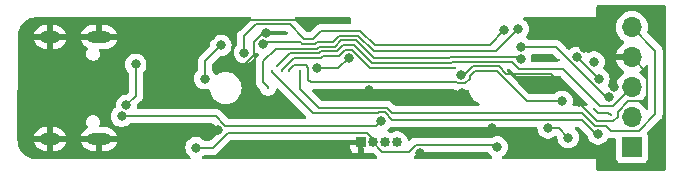
<source format=gbr>
%TF.GenerationSoftware,KiCad,Pcbnew,7.0.8*%
%TF.CreationDate,2024-02-27T09:09:56-06:00*%
%TF.ProjectId,CH32VClamp,43483332-5643-46c6-916d-702e6b696361,rev?*%
%TF.SameCoordinates,Original*%
%TF.FileFunction,Copper,L2,Bot*%
%TF.FilePolarity,Positive*%
%FSLAX46Y46*%
G04 Gerber Fmt 4.6, Leading zero omitted, Abs format (unit mm)*
G04 Created by KiCad (PCBNEW 7.0.8) date 2024-02-27 09:09:56*
%MOMM*%
%LPD*%
G01*
G04 APERTURE LIST*
%TA.AperFunction,ComponentPad*%
%ADD10R,1.700000X1.700000*%
%TD*%
%TA.AperFunction,ComponentPad*%
%ADD11O,1.700000X1.700000*%
%TD*%
%TA.AperFunction,ComponentPad*%
%ADD12R,0.850000X0.850000*%
%TD*%
%TA.AperFunction,ComponentPad*%
%ADD13O,0.850000X0.850000*%
%TD*%
%TA.AperFunction,ComponentPad*%
%ADD14O,2.100000X1.000000*%
%TD*%
%TA.AperFunction,ComponentPad*%
%ADD15O,1.800000X1.000000*%
%TD*%
%TA.AperFunction,ViaPad*%
%ADD16C,0.300000*%
%TD*%
%TA.AperFunction,ViaPad*%
%ADD17C,0.800000*%
%TD*%
%TA.AperFunction,Conductor*%
%ADD18C,0.200000*%
%TD*%
G04 APERTURE END LIST*
D10*
%TO.P,J4,1,Pin_1*%
%TO.N,VCC003*%
X219200000Y-91620000D03*
D11*
%TO.P,J4,2,Pin_2*%
%TO.N,SWCL*%
X219200000Y-89080000D03*
%TO.P,J4,3,Pin_3*%
%TO.N,SWIO*%
X219200000Y-86540000D03*
%TO.P,J4,4,Pin_4*%
%TO.N,GND*%
X219200000Y-84000000D03*
%TO.P,J4,5,Pin_5*%
%TO.N,MULTI2*%
X219200000Y-81460000D03*
%TD*%
D12*
%TO.P,J2,1,Pin_1*%
%TO.N,GND*%
X196300000Y-91200000D03*
D13*
%TO.P,J2,2,Pin_2*%
%TO.N,VDD*%
X197300000Y-91200000D03*
%TO.P,J2,3,Pin_3*%
%TO.N,TX*%
X198300000Y-91200000D03*
%TO.P,J2,4,Pin_4*%
%TO.N,RX*%
X199300000Y-91200000D03*
%TD*%
D14*
%TO.P,J1,S1,SHIELD*%
%TO.N,GND*%
X174087500Y-82280000D03*
D15*
X169937500Y-82280000D03*
D14*
X174087500Y-90920000D03*
D15*
X169937500Y-90920000D03*
%TD*%
D16*
%TO.N,GND*%
X220500000Y-87700000D03*
X212400000Y-86100000D03*
X209900000Y-86100000D03*
X209100000Y-85400000D03*
X191900000Y-81800000D03*
%TO.N,VCC003*%
X216000000Y-88400000D03*
X217400000Y-88900000D03*
%TO.N,MULTI2*%
X191100000Y-85200000D03*
%TO.N,GND*%
X200600000Y-90300000D03*
X217300000Y-90900000D03*
X217100000Y-80700000D03*
X216600000Y-82400000D03*
X213700000Y-83200000D03*
X213000000Y-84200000D03*
X192350000Y-86850000D03*
%TO.N,SWCL*%
X204200000Y-84900000D03*
X189600000Y-85200000D03*
%TO.N,ProgAct*%
X190200000Y-85200000D03*
%TO.N,SWIO*%
X189162483Y-84762483D03*
%TO.N,VCCCTL3*%
X188700000Y-85200000D03*
%TO.N,VCCCTL5*%
X188400000Y-86600000D03*
D17*
%TO.N,VDD*%
X184400000Y-83000000D03*
X183045400Y-85818399D03*
X182300500Y-91650107D03*
X207800000Y-91600000D03*
%TO.N,GND*%
X201250000Y-92100000D03*
X211000000Y-91600000D03*
X207400000Y-90000000D03*
X214699639Y-87777496D03*
X216600000Y-92000000D03*
X217728944Y-86510476D03*
X215157009Y-83177907D03*
X185600000Y-84800000D03*
X188245924Y-81919288D03*
X196942604Y-86800000D03*
X204800000Y-87000000D03*
X204757720Y-85518471D03*
X201000000Y-87600000D03*
X188600000Y-88800000D03*
X184200000Y-90200000D03*
X191200000Y-92000000D03*
X176800000Y-91600000D03*
X168800000Y-88800000D03*
X170600000Y-86600000D03*
X168800000Y-84400000D03*
X176600000Y-81800000D03*
X183600000Y-82200000D03*
X180000000Y-86000000D03*
%TO.N,SWPUC*%
X209600000Y-81600000D03*
X187998557Y-82888484D03*
%TO.N,SWPUD*%
X208416887Y-81733932D03*
X186392834Y-83617216D03*
%TO.N,VCCCTL5*%
X209788166Y-84139861D03*
%TO.N,VCCCTL3*%
X216337363Y-90500000D03*
%TO.N,ProgAct*%
X213300000Y-87725427D03*
%TO.N,Net-(U1-LNA_IN)*%
X195228159Y-84063000D03*
X192524224Y-84951498D03*
%TO.N,Net-(F1-Pad1)*%
X176000000Y-89000000D03*
X198000000Y-89375000D03*
%TO.N,Net-(J1-CC2)*%
X177200000Y-84600000D03*
X176401025Y-88085000D03*
%TO.N,VCC003*%
X216000000Y-84400000D03*
%TO.N,VCCCTL3*%
X217272050Y-87400000D03*
X209800756Y-83139938D03*
%TO.N,VCCCTL5*%
X216420272Y-85830322D03*
X214594975Y-84005025D03*
%TO.N,Net-(Q1-G2)*%
X212100931Y-90000000D03*
X213800000Y-90800000D03*
%TD*%
D18*
%TO.N,GND*%
X218900000Y-87700000D02*
X220500000Y-87700000D01*
X218000000Y-89042463D02*
X218000000Y-88600000D01*
X217182537Y-89425000D02*
X217617463Y-89425000D01*
X217157537Y-89400000D02*
X217182537Y-89425000D01*
X216257537Y-89400000D02*
X217157537Y-89400000D01*
X217617463Y-89425000D02*
X218000000Y-89042463D01*
X214699639Y-87842102D02*
X216257537Y-89400000D01*
X214699639Y-87777496D02*
X214699639Y-87842102D01*
X218000000Y-88600000D02*
X218900000Y-87700000D01*
X220500000Y-85300000D02*
X219200000Y-84000000D01*
X220500000Y-87700000D02*
X220500000Y-85300000D01*
%TO.N,MULTI2*%
X221200000Y-83460000D02*
X219200000Y-81460000D01*
X221200000Y-88800000D02*
X221200000Y-83460000D01*
X217417195Y-90225344D02*
X219774656Y-90225344D01*
X216991851Y-89800000D02*
X217417195Y-90225344D01*
X216091852Y-89800000D02*
X216991851Y-89800000D01*
X198880635Y-88700000D02*
X214991852Y-88700000D01*
X219774656Y-90225344D02*
X221200000Y-88800000D01*
X198455635Y-88275000D02*
X198880635Y-88700000D01*
X192675000Y-88275000D02*
X198455635Y-88275000D01*
%TO.N,VCCCTL3*%
X216168630Y-90500000D02*
X216337363Y-90500000D01*
X214968630Y-89300000D02*
X216168630Y-90500000D01*
X198914950Y-89300000D02*
X214968630Y-89300000D01*
X198289950Y-88675000D02*
X198914950Y-89300000D01*
X197710050Y-88675000D02*
X198289950Y-88675000D01*
%TO.N,MULTI2*%
X191100500Y-86700500D02*
X192675000Y-88275000D01*
%TO.N,VCCCTL3*%
X197685050Y-88700000D02*
X197710050Y-88675000D01*
X188699500Y-85224217D02*
X192175283Y-88700000D01*
%TO.N,MULTI2*%
X191100500Y-85200500D02*
X191100500Y-86700500D01*
%TO.N,VCCCTL3*%
X192175283Y-88700000D02*
X197685050Y-88700000D01*
%TO.N,MULTI2*%
X214991852Y-88700000D02*
X216091852Y-89800000D01*
%TO.N,VCC003*%
X217400000Y-88900000D02*
X217200000Y-88700000D01*
X216300000Y-88700000D02*
X216000000Y-88400000D01*
%TO.N,MULTI2*%
X191100000Y-85200000D02*
X191100500Y-85200500D01*
%TO.N,VCC003*%
X217200000Y-88700000D02*
X216300000Y-88700000D01*
%TO.N,GND*%
X209100000Y-85400000D02*
X208561296Y-85400000D01*
%TO.N,SWPUD*%
X207150819Y-83000000D02*
X208416887Y-81733932D01*
X197417853Y-83000000D02*
X207150819Y-83000000D01*
X196180853Y-81763000D02*
X197417853Y-83000000D01*
X192918888Y-81763000D02*
X196180853Y-81763000D01*
X191478190Y-82463002D02*
X192218884Y-82463004D01*
X187380712Y-81219288D02*
X190234476Y-81219288D01*
X190234476Y-81219288D02*
X191478190Y-82463002D01*
X192218884Y-82463004D02*
X192918888Y-81763000D01*
X186392834Y-83617216D02*
X186392834Y-82207166D01*
X186392834Y-82207166D02*
X187380712Y-81219288D01*
%TO.N,VCCCTL5*%
X188000000Y-86115073D02*
X188363000Y-86478073D01*
X189037000Y-83263000D02*
X188000000Y-84300000D01*
X192567975Y-83263002D02*
X189037000Y-83263000D01*
X192730977Y-83100000D02*
X192567975Y-83263002D01*
X194069842Y-83099998D02*
X192730977Y-83100000D01*
X203816851Y-83975000D02*
X203691851Y-84100000D01*
X188000000Y-84300000D02*
X188000000Y-86115073D01*
X209623305Y-83975000D02*
X203816851Y-83975000D01*
X203691851Y-84100000D02*
X197386481Y-84100000D01*
X197386481Y-84100000D02*
X195849481Y-82563000D01*
X194606839Y-82563000D02*
X194069842Y-83099998D01*
X209788166Y-84139861D02*
X209623305Y-83975000D01*
X195849481Y-82563000D02*
X194606839Y-82563000D01*
%TO.N,SWIO*%
X190261966Y-83663000D02*
X189162483Y-84762483D01*
X192733662Y-83663001D02*
X190261966Y-83663000D01*
X192896663Y-83500000D02*
X192733662Y-83663001D01*
X194772524Y-82963000D02*
X194235528Y-83499997D01*
X195683795Y-82963000D02*
X194772524Y-82963000D01*
X197220796Y-84500000D02*
X195683795Y-82963000D01*
X203857538Y-84500000D02*
X197220796Y-84500000D01*
X203982538Y-84375000D02*
X203857538Y-84500000D01*
X209658355Y-85000000D02*
X209033355Y-84375000D01*
X213400000Y-85000000D02*
X209658355Y-85000000D01*
X216500000Y-88100000D02*
X213400000Y-85000000D01*
X194235528Y-83499997D02*
X192896663Y-83500000D01*
X217640000Y-88100000D02*
X216500000Y-88100000D01*
X219200000Y-86540000D02*
X217640000Y-88100000D01*
X209033355Y-84375000D02*
X203982538Y-84375000D01*
%TO.N,SWCL*%
X189600000Y-85057537D02*
X189600000Y-85200000D01*
X190594537Y-84063000D02*
X189600000Y-85057537D01*
X192899347Y-84063001D02*
X190594537Y-84063000D01*
X193062349Y-83900000D02*
X192899347Y-84063001D01*
X194938209Y-83363000D02*
X194401209Y-83900000D01*
X194401209Y-83900000D02*
X193062349Y-83900000D01*
X195518109Y-83363000D02*
X194938209Y-83363000D01*
X195928159Y-83828159D02*
X195928159Y-83773050D01*
X204200000Y-84900000D02*
X197000000Y-84900000D01*
X197000000Y-84900000D02*
X195928159Y-83828159D01*
X195928159Y-83773050D02*
X195518109Y-83363000D01*
%TO.N,SWPUC*%
X207700000Y-83500000D02*
X209600000Y-81600000D01*
X197352167Y-83500000D02*
X207700000Y-83500000D01*
X196015167Y-82163000D02*
X197352167Y-83500000D01*
X194441154Y-82163000D02*
X196015167Y-82163000D01*
X192565294Y-82700000D02*
X193904156Y-82699999D01*
X192402291Y-82863003D02*
X192565294Y-82700000D01*
X193904156Y-82699999D02*
X194441154Y-82163000D01*
X191149502Y-82699999D02*
X191312503Y-82863001D01*
X191312503Y-82863001D02*
X192402291Y-82863003D01*
X188187041Y-82700000D02*
X191149502Y-82699999D01*
X187998557Y-82888484D02*
X188187041Y-82700000D01*
%TO.N,ProgAct*%
X210321037Y-87725427D02*
X213300000Y-87725427D01*
X207770610Y-85175000D02*
X210321037Y-87725427D01*
X205890686Y-85175000D02*
X207770610Y-85175000D01*
X205457720Y-85607966D02*
X205890686Y-85175000D01*
X205457720Y-85808421D02*
X205457720Y-85607966D01*
X205047670Y-86218471D02*
X205457720Y-85808421D01*
X204467770Y-86218471D02*
X205047670Y-86218471D01*
X192000000Y-86100000D02*
X204349299Y-86100000D01*
X191800000Y-84872550D02*
X191800000Y-85900000D01*
X191602450Y-84675000D02*
X191800000Y-84872550D01*
X190589341Y-84675000D02*
X191602450Y-84675000D01*
X190200000Y-85064341D02*
X190589341Y-84675000D01*
X204349299Y-86100000D02*
X204467770Y-86218471D01*
X191800000Y-85900000D02*
X192000000Y-86100000D01*
X190200000Y-85200000D02*
X190200000Y-85064341D01*
%TO.N,GND*%
X204981529Y-85518471D02*
X204757720Y-85518471D01*
X205725000Y-84775000D02*
X204981529Y-85518471D01*
X207936296Y-84775000D02*
X205725000Y-84775000D01*
X208561296Y-85400000D02*
X207936296Y-84775000D01*
X212322143Y-85400000D02*
X209100000Y-85400000D01*
X214699639Y-87777496D02*
X212322143Y-85400000D01*
X217728944Y-86510476D02*
X217728944Y-86366358D01*
%TO.N,MULTI2*%
X191100500Y-85199500D02*
X191100000Y-85200000D01*
%TO.N,GND*%
X184980712Y-80819288D02*
X183600000Y-82200000D01*
X190949756Y-80819288D02*
X184980712Y-80819288D01*
X191893471Y-81763003D02*
X190949756Y-80819288D01*
%TO.N,VCCCTL3*%
X217000000Y-87400000D02*
X217272050Y-87400000D01*
X212739938Y-83139938D02*
X217000000Y-87400000D01*
X209800756Y-83139938D02*
X212739938Y-83139938D01*
%TO.N,VCCCTL5*%
X214594975Y-84005025D02*
X216420272Y-85830322D01*
%TO.N,GND*%
X192400000Y-86800000D02*
X192350000Y-86850000D01*
X196942604Y-86800000D02*
X192400000Y-86800000D01*
%TO.N,MULTI2*%
X191100500Y-85163000D02*
X191100500Y-85199500D01*
%TO.N,Net-(U1-LNA_IN)*%
X194339661Y-84951498D02*
X192524224Y-84951498D01*
X195228159Y-84063000D02*
X194339661Y-84951498D01*
%TO.N,GND*%
X186200000Y-84800000D02*
X185600000Y-84800000D01*
X187200000Y-83800000D02*
X186200000Y-84800000D01*
X188245924Y-81919288D02*
X187978510Y-81919288D01*
X187978510Y-81919288D02*
X187200000Y-82697798D01*
X187200000Y-82697798D02*
X187200000Y-83800000D01*
%TO.N,Net-(Q1-G2)*%
X213000000Y-90000000D02*
X212100931Y-90000000D01*
X213800000Y-90800000D02*
X213000000Y-90000000D01*
%TO.N,Net-(F1-Pad1)*%
X197574506Y-89800494D02*
X198000000Y-89375000D01*
X184790444Y-89800494D02*
X197574506Y-89800494D01*
X183989950Y-89000000D02*
X184790444Y-89800494D01*
X176000000Y-89000000D02*
X183989950Y-89000000D01*
%TO.N,VDD*%
X183045400Y-85818399D02*
X183045400Y-84354600D01*
X183045400Y-84354600D02*
X184400000Y-83000000D01*
X183739843Y-91650107D02*
X182300500Y-91650107D01*
X184989950Y-90400000D02*
X183739843Y-91650107D01*
X196774264Y-90400000D02*
X184989950Y-90400000D01*
X197300000Y-90925736D02*
X196774264Y-90400000D01*
X197300000Y-91200000D02*
X197300000Y-90925736D01*
X207600000Y-91400000D02*
X207800000Y-91600000D01*
X198082094Y-92000000D02*
X200310050Y-92000000D01*
X200310050Y-92000000D02*
X200910050Y-91400000D01*
X197300000Y-91217906D02*
X198082094Y-92000000D01*
X200910050Y-91400000D02*
X207600000Y-91400000D01*
X197300000Y-91200000D02*
X197300000Y-91217906D01*
%TO.N,Net-(J1-CC2)*%
X177200000Y-87286025D02*
X176401025Y-88085000D01*
X177200000Y-84600000D02*
X177200000Y-87286025D01*
%TO.N,VCC003*%
X216000000Y-84400000D02*
X216240000Y-84400000D01*
%TD*%
%TA.AperFunction,Conductor*%
%TO.N,GND*%
G36*
X222042539Y-79620185D02*
G01*
X222088294Y-79672989D01*
X222099500Y-79724500D01*
X222099500Y-93475500D01*
X222079815Y-93542539D01*
X222027011Y-93588294D01*
X221975500Y-93599500D01*
X216324500Y-93599500D01*
X216257461Y-93579815D01*
X216211706Y-93527011D01*
X216200500Y-93475500D01*
X216200500Y-92624759D01*
X216200528Y-92624616D01*
X216200524Y-92624616D01*
X216200539Y-92600002D01*
X216200541Y-92600000D01*
X216200453Y-92599786D01*
X216200384Y-92599618D01*
X216200382Y-92599616D01*
X216200099Y-92599500D01*
X216200001Y-92599459D01*
X216175963Y-92599416D01*
X216175492Y-92599509D01*
X208333756Y-92602590D01*
X208266709Y-92582932D01*
X208220933Y-92530146D01*
X208210962Y-92460991D01*
X208239962Y-92397424D01*
X208260822Y-92378272D01*
X208318740Y-92336192D01*
X208405871Y-92272888D01*
X208532533Y-92132216D01*
X208627179Y-91968284D01*
X208685674Y-91788256D01*
X208705460Y-91600000D01*
X208685674Y-91411744D01*
X208627179Y-91231716D01*
X208532533Y-91067784D01*
X208405871Y-90927112D01*
X208369243Y-90900500D01*
X208252734Y-90815851D01*
X208252729Y-90815848D01*
X208079807Y-90738857D01*
X208079802Y-90738855D01*
X207932076Y-90707456D01*
X207894646Y-90699500D01*
X207705354Y-90699500D01*
X207672897Y-90706398D01*
X207520197Y-90738855D01*
X207520192Y-90738857D01*
X207408069Y-90788779D01*
X207357633Y-90799500D01*
X200953478Y-90799500D01*
X200945379Y-90798969D01*
X200910050Y-90794318D01*
X200870689Y-90799500D01*
X200753289Y-90814955D01*
X200753287Y-90814956D01*
X200607207Y-90875464D01*
X200481769Y-90971716D01*
X200460069Y-90999994D01*
X200454718Y-91006096D01*
X200413190Y-91047623D01*
X200351867Y-91081108D01*
X200282175Y-91076124D01*
X200226242Y-91034252D01*
X200207579Y-90998261D01*
X200150144Y-90821492D01*
X200146885Y-90815848D01*
X200079712Y-90699500D01*
X200052870Y-90653008D01*
X199978945Y-90570906D01*
X199922697Y-90508435D01*
X199922694Y-90508433D01*
X199922693Y-90508432D01*
X199922692Y-90508431D01*
X199841885Y-90449721D01*
X199765297Y-90394076D01*
X199610213Y-90325030D01*
X199587571Y-90314949D01*
X199587569Y-90314948D01*
X199397274Y-90274500D01*
X199202726Y-90274500D01*
X199012430Y-90314948D01*
X199012427Y-90314949D01*
X198850434Y-90387072D01*
X198781184Y-90396356D01*
X198749566Y-90387072D01*
X198587572Y-90314949D01*
X198581391Y-90312941D01*
X198581956Y-90311200D01*
X198528281Y-90282216D01*
X198494510Y-90221049D01*
X198499169Y-90151335D01*
X198540779Y-90095207D01*
X198542667Y-90093808D01*
X198576142Y-90069487D01*
X198605871Y-90047888D01*
X198709447Y-89932855D01*
X198768933Y-89896207D01*
X198817778Y-89892889D01*
X198914950Y-89905682D01*
X198950279Y-89901030D01*
X198958378Y-89900500D01*
X211073363Y-89900500D01*
X211140402Y-89920185D01*
X211186157Y-89972989D01*
X211196683Y-90011535D01*
X211215257Y-90188256D01*
X211215258Y-90188259D01*
X211273749Y-90368277D01*
X211273752Y-90368284D01*
X211368398Y-90532216D01*
X211477160Y-90653008D01*
X211495060Y-90672888D01*
X211648196Y-90784148D01*
X211648201Y-90784151D01*
X211821123Y-90861142D01*
X211821128Y-90861144D01*
X212006285Y-90900500D01*
X212006286Y-90900500D01*
X212195575Y-90900500D01*
X212195577Y-90900500D01*
X212380734Y-90861144D01*
X212553661Y-90784151D01*
X212688805Y-90685962D01*
X212754606Y-90662485D01*
X212822660Y-90678310D01*
X212849367Y-90698602D01*
X212858221Y-90707456D01*
X212891706Y-90768779D01*
X212894540Y-90795137D01*
X212894540Y-90799997D01*
X212894540Y-90800000D01*
X212914326Y-90988256D01*
X212914327Y-90988259D01*
X212972818Y-91168277D01*
X212972821Y-91168284D01*
X213067467Y-91332216D01*
X213175047Y-91451695D01*
X213194129Y-91472888D01*
X213347265Y-91584148D01*
X213347270Y-91584151D01*
X213520192Y-91661142D01*
X213520197Y-91661144D01*
X213705354Y-91700500D01*
X213705355Y-91700500D01*
X213894644Y-91700500D01*
X213894646Y-91700500D01*
X214079803Y-91661144D01*
X214252730Y-91584151D01*
X214405871Y-91472888D01*
X214532533Y-91332216D01*
X214627179Y-91168284D01*
X214685674Y-90988256D01*
X214705460Y-90800000D01*
X214685674Y-90611744D01*
X214627179Y-90431716D01*
X214532533Y-90267784D01*
X214405871Y-90127112D01*
X214405867Y-90127109D01*
X214402713Y-90124817D01*
X214401329Y-90123022D01*
X214401042Y-90122764D01*
X214401089Y-90122711D01*
X214360047Y-90069487D01*
X214354069Y-89999873D01*
X214386676Y-89938079D01*
X214447515Y-89903722D01*
X214475599Y-89900500D01*
X214668533Y-89900500D01*
X214735572Y-89920185D01*
X214756214Y-89936819D01*
X215414066Y-90594671D01*
X215447551Y-90655994D01*
X215449705Y-90669387D01*
X215451688Y-90688249D01*
X215451690Y-90688260D01*
X215510181Y-90868277D01*
X215510184Y-90868284D01*
X215604830Y-91032216D01*
X215727340Y-91168277D01*
X215731492Y-91172888D01*
X215884628Y-91284148D01*
X215884633Y-91284151D01*
X216057555Y-91361142D01*
X216057560Y-91361144D01*
X216242717Y-91400500D01*
X216242718Y-91400500D01*
X216432007Y-91400500D01*
X216432009Y-91400500D01*
X216617166Y-91361144D01*
X216790093Y-91284151D01*
X216943234Y-91172888D01*
X217069896Y-91032216D01*
X217160954Y-90874497D01*
X217211520Y-90826283D01*
X217280127Y-90813059D01*
X217284470Y-90813552D01*
X217417195Y-90831026D01*
X217452524Y-90826374D01*
X217460623Y-90825844D01*
X217725500Y-90825844D01*
X217792539Y-90845529D01*
X217838294Y-90898333D01*
X217849500Y-90949844D01*
X217849500Y-92517870D01*
X217849501Y-92517876D01*
X217855908Y-92577483D01*
X217906202Y-92712328D01*
X217906206Y-92712335D01*
X217992452Y-92827544D01*
X217992455Y-92827547D01*
X218107664Y-92913793D01*
X218107671Y-92913797D01*
X218242517Y-92964091D01*
X218242516Y-92964091D01*
X218249444Y-92964835D01*
X218302127Y-92970500D01*
X220097872Y-92970499D01*
X220157483Y-92964091D01*
X220292331Y-92913796D01*
X220407546Y-92827546D01*
X220493796Y-92712331D01*
X220544091Y-92577483D01*
X220550500Y-92517873D01*
X220550499Y-90722128D01*
X220544686Y-90668053D01*
X220544091Y-90662516D01*
X220493797Y-90527670D01*
X220493794Y-90527666D01*
X220484452Y-90515186D01*
X220460035Y-90449721D01*
X220474887Y-90381449D01*
X220496035Y-90353198D01*
X221593922Y-89255311D01*
X221599999Y-89249983D01*
X221628282Y-89228282D01*
X221724536Y-89102841D01*
X221785044Y-88956762D01*
X221800500Y-88839361D01*
X221805682Y-88800000D01*
X221801030Y-88764669D01*
X221800500Y-88756571D01*
X221800500Y-83503428D01*
X221801031Y-83495326D01*
X221803996Y-83472809D01*
X221805682Y-83460000D01*
X221803239Y-83441446D01*
X221788848Y-83332131D01*
X221785044Y-83303238D01*
X221754790Y-83230198D01*
X221724538Y-83157163D01*
X221724535Y-83157158D01*
X221714347Y-83143881D01*
X221695840Y-83119762D01*
X221628282Y-83031718D01*
X221600005Y-83010020D01*
X221593904Y-83004669D01*
X220532766Y-81943531D01*
X220499281Y-81882208D01*
X220500672Y-81823757D01*
X220505475Y-81805833D01*
X220535063Y-81695408D01*
X220555659Y-81460000D01*
X220535063Y-81224592D01*
X220473903Y-80996337D01*
X220374035Y-80782171D01*
X220365155Y-80769488D01*
X220238494Y-80588597D01*
X220071402Y-80421506D01*
X220071395Y-80421501D01*
X219877834Y-80285967D01*
X219877830Y-80285965D01*
X219877828Y-80285964D01*
X219663663Y-80186097D01*
X219663659Y-80186096D01*
X219663655Y-80186094D01*
X219435413Y-80124938D01*
X219435403Y-80124936D01*
X219200001Y-80104341D01*
X219199999Y-80104341D01*
X218964596Y-80124936D01*
X218964586Y-80124938D01*
X218736344Y-80186094D01*
X218736335Y-80186098D01*
X218522171Y-80285964D01*
X218522169Y-80285965D01*
X218328597Y-80421505D01*
X218161505Y-80588597D01*
X218025965Y-80782169D01*
X218025964Y-80782171D01*
X217926098Y-80996335D01*
X217926094Y-80996344D01*
X217864938Y-81224586D01*
X217864936Y-81224596D01*
X217844341Y-81459999D01*
X217844341Y-81460000D01*
X217864936Y-81695403D01*
X217864938Y-81695413D01*
X217926094Y-81923655D01*
X217926096Y-81923659D01*
X217926097Y-81923663D01*
X217988305Y-82057068D01*
X218025965Y-82137830D01*
X218025967Y-82137834D01*
X218105704Y-82251709D01*
X218158918Y-82327707D01*
X218161501Y-82331395D01*
X218161506Y-82331402D01*
X218328597Y-82498493D01*
X218328603Y-82498498D01*
X218379671Y-82534256D01*
X218495559Y-82615402D01*
X218514594Y-82628730D01*
X218558219Y-82683307D01*
X218565413Y-82752805D01*
X218533890Y-82815160D01*
X218514595Y-82831880D01*
X218328922Y-82961890D01*
X218328920Y-82961891D01*
X218161891Y-83128920D01*
X218161886Y-83128926D01*
X218026400Y-83322420D01*
X218026399Y-83322422D01*
X217926570Y-83536507D01*
X217926567Y-83536513D01*
X217869364Y-83749999D01*
X217869364Y-83750000D01*
X218766314Y-83750000D01*
X218740507Y-83790156D01*
X218700000Y-83928111D01*
X218700000Y-84071889D01*
X218740507Y-84209844D01*
X218766314Y-84250000D01*
X217869364Y-84250000D01*
X217926567Y-84463486D01*
X217926570Y-84463492D01*
X218026399Y-84677578D01*
X218161894Y-84871082D01*
X218328917Y-85038105D01*
X218514595Y-85168119D01*
X218558219Y-85222696D01*
X218565412Y-85292195D01*
X218533890Y-85354549D01*
X218514595Y-85371269D01*
X218328594Y-85501508D01*
X218161505Y-85668597D01*
X218025965Y-85862169D01*
X218025964Y-85862171D01*
X217926098Y-86076335D01*
X217926094Y-86076344D01*
X217864938Y-86304586D01*
X217864936Y-86304596D01*
X217848622Y-86491062D01*
X217823169Y-86556131D01*
X217766578Y-86597109D01*
X217696816Y-86600987D01*
X217674658Y-86593533D01*
X217551856Y-86538857D01*
X217551852Y-86538855D01*
X217384150Y-86503210D01*
X217366696Y-86499500D01*
X217288504Y-86499500D01*
X217221465Y-86479815D01*
X217175710Y-86427011D01*
X217165766Y-86357853D01*
X217181117Y-86313500D01*
X217186260Y-86304592D01*
X217247451Y-86198606D01*
X217305946Y-86018578D01*
X217325732Y-85830322D01*
X217305946Y-85642066D01*
X217247451Y-85462038D01*
X217152805Y-85298106D01*
X217026143Y-85157434D01*
X217026142Y-85157433D01*
X216873006Y-85046173D01*
X216873004Y-85046172D01*
X216834726Y-85029129D01*
X216781489Y-84983878D01*
X216761169Y-84917028D01*
X216777774Y-84853855D01*
X216827179Y-84768284D01*
X216885674Y-84588256D01*
X216905460Y-84400000D01*
X216885674Y-84211744D01*
X216827179Y-84031716D01*
X216732533Y-83867784D01*
X216605871Y-83727112D01*
X216605870Y-83727111D01*
X216452734Y-83615851D01*
X216452729Y-83615848D01*
X216279807Y-83538857D01*
X216279802Y-83538855D01*
X216134001Y-83507865D01*
X216094646Y-83499500D01*
X215905354Y-83499500D01*
X215886874Y-83503428D01*
X215720197Y-83538855D01*
X215720192Y-83538857D01*
X215541334Y-83618492D01*
X215540248Y-83616053D01*
X215483830Y-83629720D01*
X215417811Y-83606845D01*
X215382388Y-83567864D01*
X215327508Y-83472809D01*
X215200846Y-83332137D01*
X215195419Y-83328194D01*
X215047709Y-83220876D01*
X215047704Y-83220873D01*
X214874782Y-83143882D01*
X214874777Y-83143880D01*
X214691827Y-83104994D01*
X214689621Y-83104525D01*
X214500329Y-83104525D01*
X214498123Y-83104994D01*
X214315172Y-83143880D01*
X214315167Y-83143882D01*
X214142245Y-83220873D01*
X214142240Y-83220876D01*
X213989110Y-83332131D01*
X213989100Y-83332140D01*
X213978111Y-83344344D01*
X213918623Y-83380990D01*
X213848766Y-83379657D01*
X213798284Y-83349049D01*
X213500112Y-83050877D01*
X213195258Y-82746023D01*
X213189918Y-82739933D01*
X213168220Y-82711656D01*
X213042779Y-82615402D01*
X212896700Y-82554894D01*
X212896698Y-82554893D01*
X212808156Y-82543237D01*
X212739939Y-82534256D01*
X212739938Y-82534256D01*
X212704608Y-82538907D01*
X212696510Y-82539438D01*
X210527014Y-82539438D01*
X210459975Y-82519753D01*
X210434865Y-82498411D01*
X210406627Y-82467050D01*
X210406620Y-82467044D01*
X210290992Y-82383036D01*
X210248326Y-82327707D01*
X210242347Y-82258093D01*
X210271726Y-82199748D01*
X210332533Y-82132216D01*
X210427179Y-81968284D01*
X210485674Y-81788256D01*
X210505460Y-81600000D01*
X210485674Y-81411744D01*
X210427179Y-81231716D01*
X210332533Y-81067784D01*
X210205871Y-80927112D01*
X210189835Y-80915461D01*
X210065076Y-80824818D01*
X210022410Y-80769488D01*
X210016431Y-80699875D01*
X210049037Y-80638080D01*
X210109876Y-80603722D01*
X210137961Y-80600500D01*
X216175240Y-80600500D01*
X216175383Y-80600528D01*
X216175384Y-80600524D01*
X216199997Y-80600539D01*
X216200000Y-80600541D01*
X216200383Y-80600383D01*
X216200500Y-80600099D01*
X216200541Y-80600000D01*
X216200540Y-80599997D01*
X216200583Y-80575889D01*
X216200500Y-80575467D01*
X216200500Y-79724500D01*
X216220185Y-79657461D01*
X216272989Y-79611706D01*
X216324500Y-79600500D01*
X221975500Y-79600500D01*
X222042539Y-79620185D01*
G37*
%TD.AperFunction*%
%TA.AperFunction,Conductor*%
G36*
X186914202Y-80620185D02*
G01*
X186959957Y-80672989D01*
X186969901Y-80742147D01*
X186945534Y-80799993D01*
X186930733Y-80819279D01*
X186925382Y-80825380D01*
X185998930Y-81751834D01*
X185992828Y-81757185D01*
X185964550Y-81778884D01*
X185905297Y-81856107D01*
X185902188Y-81860159D01*
X185880965Y-81887818D01*
X185868296Y-81904328D01*
X185868295Y-81904329D01*
X185807791Y-82050400D01*
X185807789Y-82050405D01*
X185787804Y-82202212D01*
X185787152Y-82207166D01*
X185788295Y-82215851D01*
X185791803Y-82242492D01*
X185792334Y-82250594D01*
X185792334Y-82890763D01*
X185772649Y-82957802D01*
X185760484Y-82973735D01*
X185660300Y-83085001D01*
X185565655Y-83248931D01*
X185565652Y-83248938D01*
X185510147Y-83419767D01*
X185507160Y-83428960D01*
X185487374Y-83617216D01*
X185507160Y-83805472D01*
X185507161Y-83805475D01*
X185565652Y-83985493D01*
X185565655Y-83985500D01*
X185660301Y-84149432D01*
X185740763Y-84238794D01*
X185786963Y-84290104D01*
X185940099Y-84401364D01*
X185940104Y-84401367D01*
X186113026Y-84478358D01*
X186113031Y-84478360D01*
X186298188Y-84517716D01*
X186298189Y-84517716D01*
X186487478Y-84517716D01*
X186487480Y-84517716D01*
X186672637Y-84478360D01*
X186845564Y-84401367D01*
X186998705Y-84290104D01*
X187125367Y-84149432D01*
X187195225Y-84028434D01*
X187245790Y-83980220D01*
X187247810Y-83979830D01*
X187244540Y-83911176D01*
X187247114Y-83902092D01*
X187248032Y-83899268D01*
X187278508Y-83805472D01*
X187287994Y-83715213D01*
X187314577Y-83650602D01*
X187371874Y-83610617D01*
X187441693Y-83607957D01*
X187484197Y-83627859D01*
X187515501Y-83650602D01*
X187545827Y-83672635D01*
X187548500Y-83674178D01*
X187549738Y-83675476D01*
X187551085Y-83676455D01*
X187550906Y-83676701D01*
X187596718Y-83724743D01*
X187609944Y-83793350D01*
X187583979Y-83858216D01*
X187574186Y-83869249D01*
X187571718Y-83871716D01*
X187499495Y-83965841D01*
X187475461Y-83997162D01*
X187472432Y-84002410D01*
X187421865Y-84050625D01*
X187419845Y-84051014D01*
X187423116Y-84119668D01*
X187417173Y-84137885D01*
X187414957Y-84143234D01*
X187414955Y-84143239D01*
X187394318Y-84299998D01*
X187394318Y-84299999D01*
X187398969Y-84335326D01*
X187399500Y-84343428D01*
X187399500Y-86071644D01*
X187398969Y-86079742D01*
X187394318Y-86115073D01*
X187397117Y-86136337D01*
X187399500Y-86154433D01*
X187414955Y-86271833D01*
X187414956Y-86271835D01*
X187463732Y-86389592D01*
X187475464Y-86417914D01*
X187571718Y-86543355D01*
X187599995Y-86565053D01*
X187606085Y-86570393D01*
X187653913Y-86618221D01*
X187700868Y-86665176D01*
X187734353Y-86726499D01*
X187736282Y-86737906D01*
X187739310Y-86762840D01*
X187797483Y-86916228D01*
X187876055Y-87030059D01*
X187890668Y-87051229D01*
X187890670Y-87051231D01*
X187890672Y-87051233D01*
X188013451Y-87160006D01*
X188013452Y-87160006D01*
X188013454Y-87160008D01*
X188158705Y-87236242D01*
X188158707Y-87236242D01*
X188158708Y-87236243D01*
X188317978Y-87275500D01*
X188317979Y-87275500D01*
X188482022Y-87275500D01*
X188641291Y-87236243D01*
X188641291Y-87236242D01*
X188641295Y-87236242D01*
X188786546Y-87160008D01*
X188909332Y-87051229D01*
X189002518Y-86916226D01*
X189060688Y-86762845D01*
X189065527Y-86722990D01*
X189093148Y-86658813D01*
X189151082Y-86619756D01*
X189220935Y-86618221D01*
X189276303Y-86650255D01*
X190472765Y-87846718D01*
X191614360Y-88988313D01*
X191647845Y-89049636D01*
X191642861Y-89119328D01*
X191600989Y-89175261D01*
X191535525Y-89199678D01*
X191526679Y-89199994D01*
X185090542Y-89199994D01*
X185023503Y-89180309D01*
X185002861Y-89163675D01*
X184888822Y-89049636D01*
X184445270Y-88606085D01*
X184439930Y-88599995D01*
X184418232Y-88571718D01*
X184292791Y-88475464D01*
X184274252Y-88467785D01*
X184146712Y-88414956D01*
X184146710Y-88414955D01*
X184054689Y-88402841D01*
X183989951Y-88394318D01*
X183989950Y-88394318D01*
X183954620Y-88398969D01*
X183946522Y-88399500D01*
X177411146Y-88399500D01*
X177344107Y-88379815D01*
X177298352Y-88327011D01*
X177287825Y-88262539D01*
X177290300Y-88238998D01*
X177306485Y-88085000D01*
X177306485Y-88084997D01*
X177306485Y-88080136D01*
X177326170Y-88013097D01*
X177342804Y-87992455D01*
X177464808Y-87870451D01*
X177593914Y-87741344D01*
X177599999Y-87736008D01*
X177628282Y-87714307D01*
X177724536Y-87588866D01*
X177785044Y-87442787D01*
X177790677Y-87400000D01*
X177803730Y-87300851D01*
X177805682Y-87286026D01*
X177805682Y-87286024D01*
X177801031Y-87250698D01*
X177800500Y-87242596D01*
X177800500Y-85818399D01*
X182139940Y-85818399D01*
X182159726Y-86006655D01*
X182159727Y-86006658D01*
X182218218Y-86186676D01*
X182218221Y-86186683D01*
X182312867Y-86350615D01*
X182387140Y-86433103D01*
X182439529Y-86491287D01*
X182592665Y-86602547D01*
X182592670Y-86602550D01*
X182765592Y-86679541D01*
X182765597Y-86679543D01*
X182950754Y-86718899D01*
X182950755Y-86718899D01*
X183140044Y-86718899D01*
X183140046Y-86718899D01*
X183311906Y-86682369D01*
X183381571Y-86687685D01*
X183437305Y-86729822D01*
X183461213Y-86792849D01*
X183464936Y-86835404D01*
X183464938Y-86835413D01*
X183526094Y-87063655D01*
X183526096Y-87063659D01*
X183526097Y-87063663D01*
X183545486Y-87105242D01*
X183625964Y-87277828D01*
X183625965Y-87277830D01*
X183761505Y-87471402D01*
X183928597Y-87638494D01*
X184122169Y-87774034D01*
X184122171Y-87774035D01*
X184336337Y-87873903D01*
X184336343Y-87873904D01*
X184336344Y-87873905D01*
X184363171Y-87881093D01*
X184564592Y-87935063D01*
X184741034Y-87950500D01*
X184858966Y-87950500D01*
X185035408Y-87935063D01*
X185263663Y-87873903D01*
X185477829Y-87774035D01*
X185671401Y-87638495D01*
X185838495Y-87471401D01*
X185974035Y-87277830D01*
X186073903Y-87063663D01*
X186135063Y-86835408D01*
X186155659Y-86600000D01*
X186135063Y-86364592D01*
X186087391Y-86186676D01*
X186073905Y-86136344D01*
X186073904Y-86136343D01*
X186073903Y-86136337D01*
X185974035Y-85922171D01*
X185968054Y-85913628D01*
X185838494Y-85728597D01*
X185671402Y-85561505D01*
X185477830Y-85425965D01*
X185477828Y-85425964D01*
X185360534Y-85371269D01*
X185263663Y-85326097D01*
X185263659Y-85326096D01*
X185263655Y-85326094D01*
X185035413Y-85264938D01*
X185035403Y-85264936D01*
X184858966Y-85249500D01*
X184741034Y-85249500D01*
X184564596Y-85264936D01*
X184564586Y-85264938D01*
X184336344Y-85326094D01*
X184336335Y-85326098D01*
X184122171Y-85425964D01*
X184122169Y-85425965D01*
X184045352Y-85479753D01*
X183979145Y-85502080D01*
X183911378Y-85485069D01*
X183866842Y-85440178D01*
X183851706Y-85413962D01*
X183777933Y-85286183D01*
X183704779Y-85204937D01*
X183677750Y-85174918D01*
X183647520Y-85111926D01*
X183645900Y-85091946D01*
X183645900Y-84654697D01*
X183665585Y-84587658D01*
X183682219Y-84567016D01*
X184312416Y-83936819D01*
X184373739Y-83903334D01*
X184400097Y-83900500D01*
X184494644Y-83900500D01*
X184494646Y-83900500D01*
X184679803Y-83861144D01*
X184852730Y-83784151D01*
X185005871Y-83672888D01*
X185132533Y-83532216D01*
X185227179Y-83368284D01*
X185285674Y-83188256D01*
X185305460Y-83000000D01*
X185285674Y-82811744D01*
X185231112Y-82643823D01*
X185227181Y-82631722D01*
X185227180Y-82631721D01*
X185227179Y-82631716D01*
X185132533Y-82467784D01*
X185005871Y-82327112D01*
X185005732Y-82327011D01*
X184852734Y-82215851D01*
X184852729Y-82215848D01*
X184679807Y-82138857D01*
X184679802Y-82138855D01*
X184534001Y-82107865D01*
X184494646Y-82099500D01*
X184305354Y-82099500D01*
X184272897Y-82106398D01*
X184120197Y-82138855D01*
X184120192Y-82138857D01*
X183947270Y-82215848D01*
X183947265Y-82215851D01*
X183794129Y-82327111D01*
X183667466Y-82467785D01*
X183572821Y-82631715D01*
X183572818Y-82631722D01*
X183519746Y-82795063D01*
X183514326Y-82811744D01*
X183494540Y-83000000D01*
X183494540Y-83000002D01*
X183494540Y-83004862D01*
X183474855Y-83071901D01*
X183458221Y-83092543D01*
X182651496Y-83899268D01*
X182645394Y-83904619D01*
X182617116Y-83926319D01*
X182529552Y-84040436D01*
X182520863Y-84051759D01*
X182520861Y-84051763D01*
X182460357Y-84197834D01*
X182460355Y-84197839D01*
X182439718Y-84354598D01*
X182439718Y-84354600D01*
X182444369Y-84389926D01*
X182444900Y-84398027D01*
X182444900Y-85091946D01*
X182425215Y-85158985D01*
X182413050Y-85174918D01*
X182312866Y-85286184D01*
X182218221Y-85450114D01*
X182218218Y-85450121D01*
X182159727Y-85630139D01*
X182159726Y-85630143D01*
X182139940Y-85818399D01*
X177800500Y-85818399D01*
X177800500Y-85326452D01*
X177820185Y-85259413D01*
X177832350Y-85243480D01*
X177851064Y-85222696D01*
X177932533Y-85132216D01*
X178027179Y-84968284D01*
X178085674Y-84788256D01*
X178105460Y-84600000D01*
X178085674Y-84411744D01*
X178027179Y-84231716D01*
X177932533Y-84067784D01*
X177805871Y-83927112D01*
X177804780Y-83926319D01*
X177652734Y-83815851D01*
X177652729Y-83815848D01*
X177479807Y-83738857D01*
X177479802Y-83738855D01*
X177334001Y-83707865D01*
X177294646Y-83699500D01*
X177105354Y-83699500D01*
X177072897Y-83706398D01*
X176920197Y-83738855D01*
X176920192Y-83738857D01*
X176747270Y-83815848D01*
X176747265Y-83815851D01*
X176594129Y-83927111D01*
X176467466Y-84067785D01*
X176372821Y-84231715D01*
X176372818Y-84231722D01*
X176314327Y-84411740D01*
X176314326Y-84411744D01*
X176294540Y-84600000D01*
X176314326Y-84788256D01*
X176314327Y-84788259D01*
X176372818Y-84968277D01*
X176372821Y-84968284D01*
X176467467Y-85132216D01*
X176543110Y-85216226D01*
X176567650Y-85243480D01*
X176597880Y-85306471D01*
X176599500Y-85326452D01*
X176599500Y-86985928D01*
X176579815Y-87052967D01*
X176563181Y-87073609D01*
X176488609Y-87148181D01*
X176427286Y-87181666D01*
X176400928Y-87184500D01*
X176306379Y-87184500D01*
X176273922Y-87191398D01*
X176121222Y-87223855D01*
X176121217Y-87223857D01*
X175948295Y-87300848D01*
X175948290Y-87300851D01*
X175795154Y-87412111D01*
X175668491Y-87552785D01*
X175573846Y-87716715D01*
X175573843Y-87716722D01*
X175522420Y-87874988D01*
X175515351Y-87896744D01*
X175500136Y-88041506D01*
X175495565Y-88085000D01*
X175504526Y-88170268D01*
X175491956Y-88238998D01*
X175454092Y-88283545D01*
X175394128Y-88327112D01*
X175394123Y-88327116D01*
X175267466Y-88467785D01*
X175172821Y-88631715D01*
X175172818Y-88631722D01*
X175130931Y-88760638D01*
X175114326Y-88811744D01*
X175094540Y-89000000D01*
X175114326Y-89188256D01*
X175114327Y-89188259D01*
X175172818Y-89368277D01*
X175172821Y-89368284D01*
X175267467Y-89532216D01*
X175394128Y-89672887D01*
X175394129Y-89672888D01*
X175547265Y-89784148D01*
X175547270Y-89784151D01*
X175720192Y-89861142D01*
X175720197Y-89861144D01*
X175905354Y-89900500D01*
X175905355Y-89900500D01*
X176094644Y-89900500D01*
X176094646Y-89900500D01*
X176279803Y-89861144D01*
X176452730Y-89784151D01*
X176605871Y-89672888D01*
X176634109Y-89641527D01*
X176693595Y-89604879D01*
X176726258Y-89600500D01*
X183689853Y-89600500D01*
X183756892Y-89620185D01*
X183777533Y-89636818D01*
X184253034Y-90112319D01*
X184286518Y-90173641D01*
X184281534Y-90243333D01*
X184253033Y-90287680D01*
X183527427Y-91013288D01*
X183466104Y-91046773D01*
X183439746Y-91049607D01*
X183026758Y-91049607D01*
X182959719Y-91029922D01*
X182934609Y-91008580D01*
X182906371Y-90977219D01*
X182906364Y-90977213D01*
X182753234Y-90865958D01*
X182753229Y-90865955D01*
X182580307Y-90788964D01*
X182580302Y-90788962D01*
X182434501Y-90757972D01*
X182395146Y-90749607D01*
X182205854Y-90749607D01*
X182173397Y-90756505D01*
X182020697Y-90788962D01*
X182020692Y-90788964D01*
X181847770Y-90865955D01*
X181847765Y-90865958D01*
X181694629Y-90977218D01*
X181567966Y-91117892D01*
X181473321Y-91281822D01*
X181473318Y-91281829D01*
X181418126Y-91451695D01*
X181414826Y-91461851D01*
X181395040Y-91650107D01*
X181414826Y-91838363D01*
X181414827Y-91838366D01*
X181473318Y-92018384D01*
X181473321Y-92018391D01*
X181567967Y-92182323D01*
X181676769Y-92303159D01*
X181694629Y-92322995D01*
X181785105Y-92388730D01*
X181827771Y-92444060D01*
X181833750Y-92513673D01*
X181801144Y-92575468D01*
X181740305Y-92609826D01*
X181712269Y-92613048D01*
X168783597Y-92618127D01*
X168779148Y-92617969D01*
X168711668Y-92613142D01*
X168549764Y-92600395D01*
X168541441Y-92599168D01*
X168441840Y-92577501D01*
X168315559Y-92547181D01*
X168308360Y-92544983D01*
X168235704Y-92517883D01*
X168206501Y-92506990D01*
X168091971Y-92459548D01*
X168085987Y-92456685D01*
X167989388Y-92403937D01*
X167986707Y-92402385D01*
X167947358Y-92378272D01*
X167883946Y-92339412D01*
X167879221Y-92336206D01*
X167790257Y-92269608D01*
X167787181Y-92267147D01*
X167696191Y-92189434D01*
X167692628Y-92186141D01*
X167613856Y-92107369D01*
X167610564Y-92103807D01*
X167594049Y-92084471D01*
X167532846Y-92012811D01*
X167530397Y-92009750D01*
X167463786Y-91920769D01*
X167460593Y-91916063D01*
X167397605Y-91813278D01*
X167396061Y-91810610D01*
X167343313Y-91714011D01*
X167340457Y-91708044D01*
X167293009Y-91593497D01*
X167255008Y-91491618D01*
X167252817Y-91484439D01*
X167247393Y-91461847D01*
X167222500Y-91358165D01*
X167200829Y-91258553D01*
X167199603Y-91250234D01*
X167193440Y-91171946D01*
X167193287Y-91170000D01*
X168564134Y-91170000D01*
X168564431Y-91171946D01*
X168564433Y-91171952D01*
X168635062Y-91362657D01*
X168635065Y-91362664D01*
X168742649Y-91535267D01*
X168882764Y-91682668D01*
X168882766Y-91682669D01*
X169049695Y-91798856D01*
X169236592Y-91879059D01*
X169435810Y-91920000D01*
X169687500Y-91920000D01*
X169687500Y-91220000D01*
X170187500Y-91220000D01*
X170187500Y-91920000D01*
X170388213Y-91920000D01*
X170539838Y-91904581D01*
X170733881Y-91843700D01*
X170733891Y-91843695D01*
X170911715Y-91744994D01*
X170911716Y-91744994D01*
X171066030Y-91612521D01*
X171066031Y-91612520D01*
X171190518Y-91451695D01*
X171280088Y-91269093D01*
X171305746Y-91170000D01*
X172564134Y-91170000D01*
X172564431Y-91171946D01*
X172564433Y-91171952D01*
X172635062Y-91362657D01*
X172635065Y-91362664D01*
X172742649Y-91535267D01*
X172882764Y-91682668D01*
X172882766Y-91682669D01*
X173049695Y-91798856D01*
X173236592Y-91879059D01*
X173435810Y-91920000D01*
X173837500Y-91920000D01*
X173837500Y-91220000D01*
X174337500Y-91220000D01*
X174337500Y-91920000D01*
X174688213Y-91920000D01*
X174839838Y-91904581D01*
X175033881Y-91843700D01*
X175033891Y-91843695D01*
X175211715Y-91744994D01*
X175211716Y-91744994D01*
X175366030Y-91612521D01*
X175366031Y-91612520D01*
X175490518Y-91451695D01*
X175580088Y-91269093D01*
X175605746Y-91170000D01*
X174803611Y-91170000D01*
X174843110Y-91145543D01*
X174910701Y-91056038D01*
X174941395Y-90948160D01*
X174931046Y-90836479D01*
X174881052Y-90736078D01*
X174808569Y-90670000D01*
X175610866Y-90670000D01*
X175610568Y-90668053D01*
X175610566Y-90668047D01*
X175539937Y-90477342D01*
X175539934Y-90477335D01*
X175432350Y-90304732D01*
X175292235Y-90157331D01*
X175292233Y-90157330D01*
X175125304Y-90041143D01*
X174938407Y-89960940D01*
X174739190Y-89920000D01*
X174217884Y-89920000D01*
X174150845Y-89900315D01*
X174105090Y-89847511D01*
X174095146Y-89778353D01*
X174103323Y-89748547D01*
X174109216Y-89734319D01*
X174148187Y-89640236D01*
X174167966Y-89490000D01*
X174164017Y-89460008D01*
X174148187Y-89339765D01*
X174148187Y-89339764D01*
X174090198Y-89199767D01*
X173997951Y-89079549D01*
X173877733Y-88987302D01*
X173877729Y-88987300D01*
X173804003Y-88956762D01*
X173737736Y-88929313D01*
X173723671Y-88927461D01*
X173625227Y-88914500D01*
X173625220Y-88914500D01*
X173549780Y-88914500D01*
X173549772Y-88914500D01*
X173437264Y-88929313D01*
X173437263Y-88929313D01*
X173297270Y-88987300D01*
X173297267Y-88987301D01*
X173297267Y-88987302D01*
X173177049Y-89079549D01*
X173084871Y-89199678D01*
X173084800Y-89199770D01*
X173026813Y-89339763D01*
X173026812Y-89339765D01*
X173007034Y-89489999D01*
X173007034Y-89490000D01*
X173026812Y-89640234D01*
X173026813Y-89640236D01*
X173084800Y-89780230D01*
X173084802Y-89780233D01*
X173130339Y-89839578D01*
X173155533Y-89904747D01*
X173141495Y-89973192D01*
X173092681Y-90023181D01*
X173092141Y-90023483D01*
X172963284Y-90095004D01*
X172963283Y-90095005D01*
X172808969Y-90227478D01*
X172808968Y-90227479D01*
X172684481Y-90388304D01*
X172594911Y-90570906D01*
X172569254Y-90670000D01*
X173371389Y-90670000D01*
X173331890Y-90694457D01*
X173264299Y-90783962D01*
X173233605Y-90891840D01*
X173243954Y-91003521D01*
X173293948Y-91103922D01*
X173366431Y-91170000D01*
X172564134Y-91170000D01*
X171305746Y-91170000D01*
X170503611Y-91170000D01*
X170543110Y-91145543D01*
X170610701Y-91056038D01*
X170641395Y-90948160D01*
X170631046Y-90836479D01*
X170581052Y-90736078D01*
X170508569Y-90670000D01*
X171310866Y-90670000D01*
X171310568Y-90668053D01*
X171310566Y-90668047D01*
X171239937Y-90477342D01*
X171239934Y-90477335D01*
X171132350Y-90304732D01*
X170992235Y-90157331D01*
X170992233Y-90157330D01*
X170825304Y-90041143D01*
X170638407Y-89960940D01*
X170439190Y-89920000D01*
X170187500Y-89920000D01*
X170187500Y-90620000D01*
X169687500Y-90620000D01*
X169687500Y-89920000D01*
X169486787Y-89920000D01*
X169335161Y-89935418D01*
X169141118Y-89996299D01*
X169141108Y-89996304D01*
X168963284Y-90095005D01*
X168963283Y-90095005D01*
X168808969Y-90227478D01*
X168808968Y-90227479D01*
X168684481Y-90388304D01*
X168594911Y-90570906D01*
X168569254Y-90670000D01*
X169371389Y-90670000D01*
X169331890Y-90694457D01*
X169264299Y-90783962D01*
X169233605Y-90891840D01*
X169243954Y-91003521D01*
X169293948Y-91103922D01*
X169366431Y-91170000D01*
X168564134Y-91170000D01*
X167193287Y-91170000D01*
X167186851Y-91088249D01*
X167182032Y-91020880D01*
X167181875Y-91016373D01*
X167199802Y-82530000D01*
X168564134Y-82530000D01*
X168564431Y-82531946D01*
X168564433Y-82531952D01*
X168635062Y-82722657D01*
X168635065Y-82722664D01*
X168742649Y-82895267D01*
X168882764Y-83042668D01*
X168882766Y-83042669D01*
X169049695Y-83158856D01*
X169236592Y-83239059D01*
X169435810Y-83280000D01*
X169687500Y-83280000D01*
X169687500Y-82580000D01*
X170187500Y-82580000D01*
X170187500Y-83280000D01*
X170388213Y-83280000D01*
X170539838Y-83264581D01*
X170733881Y-83203700D01*
X170733891Y-83203695D01*
X170911715Y-83104994D01*
X170911716Y-83104994D01*
X171066030Y-82972521D01*
X171066031Y-82972520D01*
X171190518Y-82811695D01*
X171280088Y-82629093D01*
X171305746Y-82530000D01*
X172564134Y-82530000D01*
X172564431Y-82531946D01*
X172564433Y-82531952D01*
X172635062Y-82722657D01*
X172635065Y-82722664D01*
X172742649Y-82895267D01*
X172882764Y-83042668D01*
X172882766Y-83042669D01*
X173049695Y-83158856D01*
X173080143Y-83171922D01*
X173133986Y-83216448D01*
X173155210Y-83283017D01*
X173137075Y-83350492D01*
X173129620Y-83361358D01*
X173084801Y-83419767D01*
X173084800Y-83419769D01*
X173026813Y-83559763D01*
X173026812Y-83559765D01*
X173007034Y-83709999D01*
X173007034Y-83710000D01*
X173026812Y-83860234D01*
X173026813Y-83860236D01*
X173083528Y-83997159D01*
X173084802Y-84000233D01*
X173177049Y-84120451D01*
X173297267Y-84212698D01*
X173437264Y-84270687D01*
X173549780Y-84285500D01*
X173549787Y-84285500D01*
X173625213Y-84285500D01*
X173625220Y-84285500D01*
X173737736Y-84270687D01*
X173877733Y-84212698D01*
X173997951Y-84120451D01*
X174090198Y-84000233D01*
X174148187Y-83860236D01*
X174167966Y-83710000D01*
X174167799Y-83708735D01*
X174148187Y-83559765D01*
X174148187Y-83559764D01*
X174103323Y-83451453D01*
X174095854Y-83381983D01*
X174127129Y-83319504D01*
X174187218Y-83283852D01*
X174217884Y-83280000D01*
X174688213Y-83280000D01*
X174839838Y-83264581D01*
X175033881Y-83203700D01*
X175033891Y-83203695D01*
X175211715Y-83104994D01*
X175211716Y-83104994D01*
X175366030Y-82972521D01*
X175366031Y-82972520D01*
X175490518Y-82811695D01*
X175580088Y-82629093D01*
X175605746Y-82530000D01*
X174803611Y-82530000D01*
X174843110Y-82505543D01*
X174910701Y-82416038D01*
X174941395Y-82308160D01*
X174931046Y-82196479D01*
X174881052Y-82096078D01*
X174808569Y-82030000D01*
X175610866Y-82030000D01*
X175610568Y-82028053D01*
X175610566Y-82028047D01*
X175539937Y-81837342D01*
X175539934Y-81837335D01*
X175432350Y-81664732D01*
X175292235Y-81517331D01*
X175292233Y-81517330D01*
X175125304Y-81401143D01*
X174938407Y-81320940D01*
X174739190Y-81280000D01*
X174337500Y-81280000D01*
X174337500Y-81980000D01*
X173837500Y-81980000D01*
X173837500Y-81280000D01*
X173486787Y-81280000D01*
X173335161Y-81295418D01*
X173141118Y-81356299D01*
X173141108Y-81356304D01*
X172963284Y-81455005D01*
X172963283Y-81455005D01*
X172808969Y-81587478D01*
X172808968Y-81587479D01*
X172684481Y-81748304D01*
X172594911Y-81930906D01*
X172569254Y-82030000D01*
X173371389Y-82030000D01*
X173331890Y-82054457D01*
X173264299Y-82143962D01*
X173233605Y-82251840D01*
X173243954Y-82363521D01*
X173293948Y-82463922D01*
X173366431Y-82530000D01*
X172564134Y-82530000D01*
X171305746Y-82530000D01*
X170503611Y-82530000D01*
X170543110Y-82505543D01*
X170610701Y-82416038D01*
X170641395Y-82308160D01*
X170631046Y-82196479D01*
X170581052Y-82096078D01*
X170508569Y-82030000D01*
X171310866Y-82030000D01*
X171310568Y-82028053D01*
X171310566Y-82028047D01*
X171239937Y-81837342D01*
X171239934Y-81837335D01*
X171132350Y-81664732D01*
X170992235Y-81517331D01*
X170992233Y-81517330D01*
X170825304Y-81401143D01*
X170638407Y-81320940D01*
X170439190Y-81280000D01*
X170187500Y-81280000D01*
X170187500Y-81980000D01*
X169687500Y-81980000D01*
X169687500Y-81280000D01*
X169486787Y-81280000D01*
X169335161Y-81295418D01*
X169141118Y-81356299D01*
X169141108Y-81356304D01*
X168963284Y-81455005D01*
X168963283Y-81455005D01*
X168808969Y-81587478D01*
X168808968Y-81587479D01*
X168684481Y-81748304D01*
X168594911Y-81930906D01*
X168569254Y-82030000D01*
X169371389Y-82030000D01*
X169331890Y-82054457D01*
X169264299Y-82143962D01*
X169233605Y-82251840D01*
X169243954Y-82363521D01*
X169293948Y-82463922D01*
X169366431Y-82530000D01*
X168564134Y-82530000D01*
X167199802Y-82530000D01*
X167200390Y-82251706D01*
X167200500Y-82251337D01*
X167200500Y-82202212D01*
X167200658Y-82197788D01*
X167205481Y-82130362D01*
X167211249Y-82057068D01*
X167218229Y-81968379D01*
X167219452Y-81960084D01*
X167241126Y-81860451D01*
X167271444Y-81734171D01*
X167273629Y-81727012D01*
X167311626Y-81625139D01*
X167359087Y-81510558D01*
X167361923Y-81504631D01*
X167414715Y-81407948D01*
X167416174Y-81405428D01*
X167479211Y-81302562D01*
X167482412Y-81297845D01*
X167549028Y-81208856D01*
X167551476Y-81205797D01*
X167629196Y-81114798D01*
X167632456Y-81111272D01*
X167711272Y-81032456D01*
X167714798Y-81029196D01*
X167805797Y-80951476D01*
X167808856Y-80949028D01*
X167897845Y-80882412D01*
X167902562Y-80879211D01*
X168005428Y-80816174D01*
X168007948Y-80814715D01*
X168104631Y-80761923D01*
X168110558Y-80759087D01*
X168225121Y-80711633D01*
X168327012Y-80673629D01*
X168334171Y-80671444D01*
X168460451Y-80641126D01*
X168560084Y-80619452D01*
X168568379Y-80618229D01*
X168696802Y-80608121D01*
X168730362Y-80605481D01*
X168775583Y-80602246D01*
X168797792Y-80600657D01*
X168802213Y-80600500D01*
X186847163Y-80600500D01*
X186914202Y-80620185D01*
G37*
%TD.AperFunction*%
%TA.AperFunction,Conductor*%
G36*
X196119760Y-91019760D02*
G01*
X196064505Y-91102455D01*
X196045102Y-91200000D01*
X196064505Y-91297545D01*
X196119760Y-91380240D01*
X196202455Y-91435495D01*
X196275376Y-91450000D01*
X196324624Y-91450000D01*
X196397545Y-91435495D01*
X196402346Y-91432287D01*
X196449856Y-91578510D01*
X196449857Y-91578511D01*
X196533387Y-91723189D01*
X196550000Y-91785189D01*
X196550000Y-92125000D01*
X196772828Y-92125000D01*
X196772844Y-92124999D01*
X196832372Y-92118598D01*
X196832383Y-92118595D01*
X196923874Y-92084471D01*
X196993565Y-92079486D01*
X197006068Y-92083585D01*
X197006245Y-92083042D01*
X197012429Y-92085051D01*
X197202726Y-92125500D01*
X197306997Y-92125500D01*
X197374036Y-92145185D01*
X197394678Y-92161819D01*
X197626762Y-92393903D01*
X197632111Y-92400001D01*
X197637741Y-92407338D01*
X197662939Y-92472504D01*
X197648906Y-92540950D01*
X197600095Y-92590943D01*
X197539419Y-92606830D01*
X182889465Y-92612585D01*
X182822418Y-92592927D01*
X182776642Y-92540141D01*
X182766671Y-92470986D01*
X182795671Y-92407419D01*
X182816528Y-92388268D01*
X182888207Y-92336192D01*
X182906366Y-92322999D01*
X182906367Y-92322997D01*
X182906371Y-92322995D01*
X182934609Y-92291634D01*
X182994095Y-92254986D01*
X183026758Y-92250607D01*
X183696415Y-92250607D01*
X183704513Y-92251137D01*
X183739843Y-92255789D01*
X183739844Y-92255789D01*
X183792097Y-92248909D01*
X183896605Y-92235151D01*
X184042684Y-92174643D01*
X184097976Y-92132216D01*
X184168125Y-92078389D01*
X184189827Y-92050105D01*
X184195153Y-92044030D01*
X184789184Y-91450000D01*
X195375000Y-91450000D01*
X195375000Y-91672844D01*
X195381401Y-91732372D01*
X195381403Y-91732379D01*
X195431645Y-91867086D01*
X195431649Y-91867093D01*
X195517809Y-91982187D01*
X195517812Y-91982190D01*
X195632906Y-92068350D01*
X195632913Y-92068354D01*
X195767620Y-92118596D01*
X195767627Y-92118598D01*
X195827155Y-92124999D01*
X195827172Y-92125000D01*
X196050000Y-92125000D01*
X196050000Y-91450000D01*
X195375000Y-91450000D01*
X184789184Y-91450000D01*
X185202366Y-91036819D01*
X185263689Y-91003334D01*
X185290047Y-91000500D01*
X196148585Y-91000500D01*
X196119760Y-91019760D01*
G37*
%TD.AperFunction*%
%TA.AperFunction,Conductor*%
G36*
X206986868Y-92020185D02*
G01*
X207027216Y-92062500D01*
X207067466Y-92132214D01*
X207067465Y-92132214D01*
X207194129Y-92272888D01*
X207339754Y-92378691D01*
X207382420Y-92434021D01*
X207388399Y-92503634D01*
X207355793Y-92565429D01*
X207294955Y-92599786D01*
X207266918Y-92603009D01*
X200853820Y-92605528D01*
X200786773Y-92585870D01*
X200740997Y-92533084D01*
X200731026Y-92463929D01*
X200755394Y-92406045D01*
X200760037Y-92399993D01*
X200765369Y-92393914D01*
X201122466Y-92036819D01*
X201183789Y-92003334D01*
X201210147Y-92000500D01*
X206919829Y-92000500D01*
X206986868Y-92020185D01*
G37*
%TD.AperFunction*%
%TA.AperFunction,Conductor*%
G36*
X220560355Y-87198691D02*
G01*
X220595769Y-87258921D01*
X220599500Y-87289110D01*
X220599500Y-88330890D01*
X220579815Y-88397929D01*
X220527011Y-88443684D01*
X220457853Y-88453628D01*
X220394297Y-88424603D01*
X220373925Y-88402013D01*
X220238494Y-88208597D01*
X220071402Y-88041506D01*
X220071396Y-88041501D01*
X219885842Y-87911575D01*
X219842217Y-87856998D01*
X219835023Y-87787500D01*
X219866546Y-87725145D01*
X219885842Y-87708425D01*
X219941692Y-87669318D01*
X220071401Y-87578495D01*
X220238495Y-87411401D01*
X220373925Y-87217986D01*
X220428502Y-87174362D01*
X220498000Y-87167168D01*
X220560355Y-87198691D01*
G37*
%TD.AperFunction*%
%TA.AperFunction,Conductor*%
G36*
X208800297Y-84995185D02*
G01*
X208820938Y-85011818D01*
X209014056Y-85204937D01*
X209203027Y-85393908D01*
X209208380Y-85400011D01*
X209227198Y-85424536D01*
X209230073Y-85428282D01*
X209259946Y-85451204D01*
X209260264Y-85451448D01*
X209260282Y-85451463D01*
X209355512Y-85524535D01*
X209355513Y-85524535D01*
X209355514Y-85524536D01*
X209501593Y-85585044D01*
X209579974Y-85595363D01*
X209658354Y-85605682D01*
X209658355Y-85605682D01*
X209693684Y-85601030D01*
X209701783Y-85600500D01*
X213099903Y-85600500D01*
X213166942Y-85620185D01*
X213187584Y-85636819D01*
X215421216Y-87870451D01*
X215454701Y-87931774D01*
X215449717Y-88001466D01*
X215435585Y-88028572D01*
X215397480Y-88083776D01*
X215393996Y-88090415D01*
X215391958Y-88089345D01*
X215356603Y-88136025D01*
X215291003Y-88160074D01*
X215235400Y-88150903D01*
X215148617Y-88114957D01*
X215148612Y-88114955D01*
X215031213Y-88099500D01*
X214991852Y-88094318D01*
X214956522Y-88098969D01*
X214948424Y-88099500D01*
X214295970Y-88099500D01*
X214228931Y-88079815D01*
X214183176Y-88027011D01*
X214173232Y-87957853D01*
X214178039Y-87937183D01*
X214181740Y-87925788D01*
X214185674Y-87913683D01*
X214205460Y-87725427D01*
X214185674Y-87537171D01*
X214127179Y-87357143D01*
X214032533Y-87193211D01*
X213905871Y-87052539D01*
X213905863Y-87052533D01*
X213752734Y-86941278D01*
X213752729Y-86941275D01*
X213579807Y-86864284D01*
X213579802Y-86864282D01*
X213434001Y-86833292D01*
X213394646Y-86824927D01*
X213205354Y-86824927D01*
X213172897Y-86831825D01*
X213020197Y-86864282D01*
X213020192Y-86864284D01*
X212847270Y-86941275D01*
X212847265Y-86941278D01*
X212694135Y-87052533D01*
X212694128Y-87052539D01*
X212665891Y-87083900D01*
X212606405Y-87120548D01*
X212573742Y-87124927D01*
X210621135Y-87124927D01*
X210554096Y-87105242D01*
X210533454Y-87088608D01*
X209599279Y-86154433D01*
X208632025Y-85187180D01*
X208598541Y-85125858D01*
X208603525Y-85056166D01*
X208645397Y-85000233D01*
X208710861Y-84975816D01*
X208719707Y-84975500D01*
X208733258Y-84975500D01*
X208800297Y-84995185D01*
G37*
%TD.AperFunction*%
%TA.AperFunction,Conductor*%
G36*
X204134480Y-86720185D02*
G01*
X204142915Y-86726115D01*
X204164929Y-86743007D01*
X204311008Y-86803515D01*
X204389389Y-86813834D01*
X204467769Y-86824153D01*
X204467770Y-86824153D01*
X204503099Y-86819501D01*
X204511198Y-86818971D01*
X205004242Y-86818971D01*
X205012340Y-86819501D01*
X205047670Y-86824153D01*
X205047671Y-86824153D01*
X205099924Y-86817273D01*
X205204432Y-86803515D01*
X205267557Y-86777367D01*
X205337023Y-86769898D01*
X205399502Y-86801172D01*
X205434783Y-86859835D01*
X205496094Y-87088655D01*
X205496096Y-87088659D01*
X205496097Y-87088663D01*
X205539465Y-87181666D01*
X205595964Y-87302828D01*
X205595965Y-87302830D01*
X205731505Y-87496402D01*
X205898597Y-87663494D01*
X206092169Y-87799034D01*
X206092171Y-87799035D01*
X206229597Y-87863118D01*
X206282036Y-87909290D01*
X206301188Y-87976484D01*
X206280972Y-88043365D01*
X206227807Y-88088699D01*
X206177192Y-88099500D01*
X199180732Y-88099500D01*
X199113693Y-88079815D01*
X199093051Y-88063181D01*
X198910963Y-87881093D01*
X198905609Y-87874988D01*
X198883921Y-87846722D01*
X198883918Y-87846720D01*
X198883917Y-87846718D01*
X198758476Y-87750464D01*
X198729534Y-87738476D01*
X198612397Y-87689956D01*
X198612395Y-87689955D01*
X198494996Y-87674500D01*
X198455635Y-87669318D01*
X198420305Y-87673969D01*
X198412207Y-87674500D01*
X192975097Y-87674500D01*
X192908058Y-87654815D01*
X192887416Y-87638181D01*
X192161416Y-86912181D01*
X192127931Y-86850858D01*
X192132915Y-86781166D01*
X192174787Y-86725233D01*
X192240251Y-86700816D01*
X192249097Y-86700500D01*
X204067441Y-86700500D01*
X204134480Y-86720185D01*
G37*
%TD.AperFunction*%
%TA.AperFunction,Conductor*%
G36*
X220560356Y-84657819D02*
G01*
X220595769Y-84718049D01*
X220599500Y-84748238D01*
X220599500Y-85790890D01*
X220579815Y-85857929D01*
X220527011Y-85903684D01*
X220457853Y-85913628D01*
X220394297Y-85884603D01*
X220373925Y-85862013D01*
X220238494Y-85668597D01*
X220071402Y-85501506D01*
X220071401Y-85501505D01*
X219885405Y-85371269D01*
X219841781Y-85316692D01*
X219834588Y-85247193D01*
X219866110Y-85184839D01*
X219885405Y-85168119D01*
X220071082Y-85038105D01*
X220238105Y-84871082D01*
X220373925Y-84677114D01*
X220428503Y-84633489D01*
X220498001Y-84626297D01*
X220560356Y-84657819D01*
G37*
%TD.AperFunction*%
%TA.AperFunction,Conductor*%
G36*
X212506880Y-83760123D02*
G01*
X212527522Y-83776757D01*
X212938584Y-84187819D01*
X212972069Y-84249142D01*
X212967085Y-84318834D01*
X212925213Y-84374767D01*
X212859749Y-84399184D01*
X212850903Y-84399500D01*
X210804053Y-84399500D01*
X210737014Y-84379815D01*
X210691259Y-84327011D01*
X210680732Y-84262539D01*
X210683971Y-84231722D01*
X210693626Y-84139861D01*
X210673840Y-83951605D01*
X210657968Y-83902756D01*
X210655973Y-83832915D01*
X210692053Y-83773082D01*
X210754754Y-83742254D01*
X210775899Y-83740438D01*
X212439841Y-83740438D01*
X212506880Y-83760123D01*
G37*
%TD.AperFunction*%
%TA.AperFunction,Conductor*%
G36*
X190001418Y-81839473D02*
G01*
X190022060Y-81856107D01*
X190053771Y-81887818D01*
X190087256Y-81949141D01*
X190082272Y-82018833D01*
X190040400Y-82074766D01*
X189974936Y-82099183D01*
X189966090Y-82099499D01*
X188466789Y-82099499D01*
X188416354Y-82088779D01*
X188345130Y-82057068D01*
X188291892Y-82011817D01*
X188271571Y-81944968D01*
X188290616Y-81877745D01*
X188342982Y-81831489D01*
X188395565Y-81819788D01*
X189934379Y-81819788D01*
X190001418Y-81839473D01*
G37*
%TD.AperFunction*%
%TA.AperFunction,Conductor*%
G36*
X195343039Y-80620185D02*
G01*
X195388794Y-80672989D01*
X195400000Y-80724500D01*
X195400000Y-81038500D01*
X195380315Y-81105539D01*
X195327511Y-81151294D01*
X195276000Y-81162500D01*
X192962316Y-81162500D01*
X192954217Y-81161969D01*
X192918888Y-81157318D01*
X192879527Y-81162500D01*
X192762127Y-81177955D01*
X192762125Y-81177956D01*
X192616045Y-81238464D01*
X192490607Y-81334716D01*
X192468907Y-81362994D01*
X192463556Y-81369096D01*
X192006468Y-81826183D01*
X191945145Y-81859668D01*
X191918787Y-81862502D01*
X191778287Y-81862502D01*
X191711248Y-81842817D01*
X191690606Y-81826183D01*
X190689805Y-80825382D01*
X190684452Y-80819279D01*
X190669647Y-80799985D01*
X190644454Y-80734819D01*
X190658492Y-80666374D01*
X190707305Y-80616383D01*
X190768024Y-80600500D01*
X195276000Y-80600500D01*
X195343039Y-80620185D01*
G37*
%TD.AperFunction*%
%TD*%
M02*

</source>
